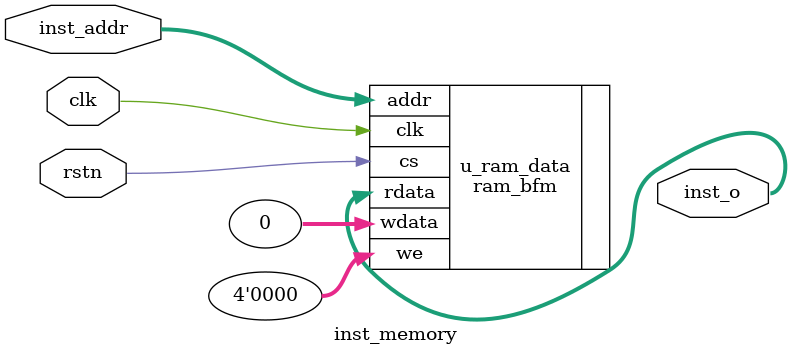
<source format=v>
`include "define.vh"
module inst_memory #(
    parameter IROM_SPACE = 4096 
)(
    input  wire       clk,
    input  wire       rstn,
    input  wire[31:0] inst_addr,
    output wire[31:0] inst_o
);

localparam ADDR_WIDTH = $clog2(IROM_SPACE);

`ifdef FPGA_MODE
//Use the COE editer in BRAM Wizards of Vivado to initialize BRAM
//initial $readmemh ("E:/proj/AdamRiscv/rom/main_s_fpga.txt",inst_memory.u_ram_data.mem,0,4095);
INST_ROM u_ram_data (
  .clka         (clk        ),    // input wire clka
  .ena          (rstn       ),      // input wire ena
  .wea          (4'b0       ),      // input wire [3 : 0] wea
  .addra        (inst_addr),  // input wire [11 : 0] addra
  .dina         (32'b0      ),    // input wire [31 : 0] dina
  .douta        (inst_o     )  // output wire [31 : 0] douta
);

`elsif MC_MACRO
SRAM_4096_32 u_ram_data(
    .QA       ( inst_o          ),     //port-A data output
    .CLKA     ( clk             ),     //port-A clock
    .CENA     ( rstn             ),     //port-A chip enable
    .WENA     ( 4'b0            ),     //port-A write enable
    .AA       ( inst_addr     ),     //port-A address
    .DA       ( 32'b0           ),     //port-A data input

    .QB       (                 ),     //port-B data output
    .CLKB     ( 1'b0            ),     //port-B clock
    .CENB     ( 1'b0            ),     //port-B chip enable
    .WENB     ( 4'd0            ),     //port-B write enable
    .AB       ( 12'd0           ),     //port-B address
    .DB       (                 ),     //port-B data input
    
    .EMAA     (     ),     
    .EMAB     (     )
);



`else //REG_ARRAY

ram_bfm   u_ram_data(
    //system signals
    .clk                        ( clk               ),
    //RAM Control signals
    .cs                         ( rstn              ), //Once the reset is canceled, the memory starts outputting instructions
    .we                         ( 4'b0              ),
    .addr                       ( inst_addr       ),
    .wdata                      ( 32'b0             ),
    .rdata                      ( inst_o            )
);

`endif

endmodule

</source>
